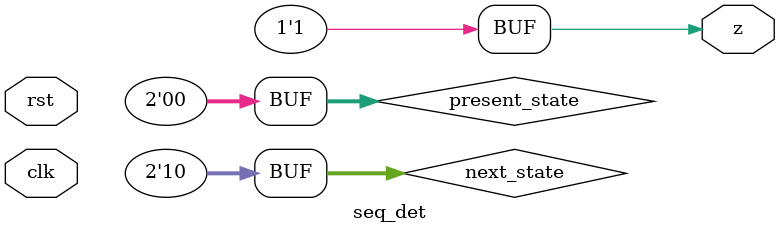
<source format=v>
module seq_det(clk,rst,z);
input clk,rst;
output reg z;
parameter green = 2'b00;
parameter yellow = 2'b01;
parameter red = 2'b10;
reg [1:0]present_state,next_state;

always@(posedge clk)
begin
    if(rst)
        present_state<=green;
    else
        present_state<=next_state;
end

always@(*)
begin
    present_state = green;
    case(present_state)
        green:next_state = red;
        yellow:next_state = green;
        red:next_state = yellow;
        default:next_state = green;
    endcase
end

always@(present_state)
begin
    case(present_state)
        green:z = 1;
        yellow:z = 0;
        red:z = 0;
        default:z = 0;
    endcase
end
endmodule

</source>
